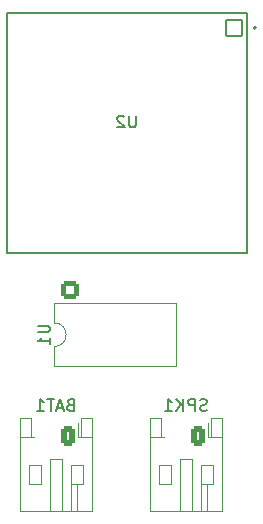
<source format=gbo>
%TF.GenerationSoftware,KiCad,Pcbnew,9.0.2*%
%TF.CreationDate,2025-05-25T16:27:06-07:00*%
%TF.ProjectId,PCB,5043422e-6b69-4636-9164-5f7063625858,rev?*%
%TF.SameCoordinates,Original*%
%TF.FileFunction,Legend,Bot*%
%TF.FilePolarity,Positive*%
%FSLAX46Y46*%
G04 Gerber Fmt 4.6, Leading zero omitted, Abs format (unit mm)*
G04 Created by KiCad (PCBNEW 9.0.2) date 2025-05-25 16:27:06*
%MOMM*%
%LPD*%
G01*
G04 APERTURE LIST*
G04 Aperture macros list*
%AMRoundRect*
0 Rectangle with rounded corners*
0 $1 Rounding radius*
0 $2 $3 $4 $5 $6 $7 $8 $9 X,Y pos of 4 corners*
0 Add a 4 corners polygon primitive as box body*
4,1,4,$2,$3,$4,$5,$6,$7,$8,$9,$2,$3,0*
0 Add four circle primitives for the rounded corners*
1,1,$1+$1,$2,$3*
1,1,$1+$1,$4,$5*
1,1,$1+$1,$6,$7*
1,1,$1+$1,$8,$9*
0 Add four rect primitives between the rounded corners*
20,1,$1+$1,$2,$3,$4,$5,0*
20,1,$1+$1,$4,$5,$6,$7,0*
20,1,$1+$1,$6,$7,$8,$9,0*
20,1,$1+$1,$8,$9,$2,$3,0*%
G04 Aperture macros list end*
%ADD10C,0.150000*%
%ADD11C,0.127000*%
%ADD12C,0.200000*%
%ADD13C,0.120000*%
%ADD14C,3.200000*%
%ADD15C,2.500000*%
%ADD16RoundRect,0.102000X0.654000X0.654000X-0.654000X0.654000X-0.654000X-0.654000X0.654000X-0.654000X0*%
%ADD17C,1.512000*%
%ADD18RoundRect,0.250000X-0.550000X0.550000X-0.550000X-0.550000X0.550000X-0.550000X0.550000X0.550000X0*%
%ADD19C,1.600000*%
%ADD20RoundRect,0.250000X0.350000X0.625000X-0.350000X0.625000X-0.350000X-0.625000X0.350000X-0.625000X0*%
%ADD21O,1.200000X1.750000*%
G04 APERTURE END LIST*
D10*
X71761904Y-56454819D02*
X71761904Y-57264342D01*
X71761904Y-57264342D02*
X71714285Y-57359580D01*
X71714285Y-57359580D02*
X71666666Y-57407200D01*
X71666666Y-57407200D02*
X71571428Y-57454819D01*
X71571428Y-57454819D02*
X71380952Y-57454819D01*
X71380952Y-57454819D02*
X71285714Y-57407200D01*
X71285714Y-57407200D02*
X71238095Y-57359580D01*
X71238095Y-57359580D02*
X71190476Y-57264342D01*
X71190476Y-57264342D02*
X71190476Y-56454819D01*
X70761904Y-56550057D02*
X70714285Y-56502438D01*
X70714285Y-56502438D02*
X70619047Y-56454819D01*
X70619047Y-56454819D02*
X70380952Y-56454819D01*
X70380952Y-56454819D02*
X70285714Y-56502438D01*
X70285714Y-56502438D02*
X70238095Y-56550057D01*
X70238095Y-56550057D02*
X70190476Y-56645295D01*
X70190476Y-56645295D02*
X70190476Y-56740533D01*
X70190476Y-56740533D02*
X70238095Y-56883390D01*
X70238095Y-56883390D02*
X70809523Y-57454819D01*
X70809523Y-57454819D02*
X70190476Y-57454819D01*
X63454819Y-74238095D02*
X64264342Y-74238095D01*
X64264342Y-74238095D02*
X64359580Y-74285714D01*
X64359580Y-74285714D02*
X64407200Y-74333333D01*
X64407200Y-74333333D02*
X64454819Y-74428571D01*
X64454819Y-74428571D02*
X64454819Y-74619047D01*
X64454819Y-74619047D02*
X64407200Y-74714285D01*
X64407200Y-74714285D02*
X64359580Y-74761904D01*
X64359580Y-74761904D02*
X64264342Y-74809523D01*
X64264342Y-74809523D02*
X63454819Y-74809523D01*
X64454819Y-75809523D02*
X64454819Y-75238095D01*
X64454819Y-75523809D02*
X63454819Y-75523809D01*
X63454819Y-75523809D02*
X63597676Y-75428571D01*
X63597676Y-75428571D02*
X63692914Y-75333333D01*
X63692914Y-75333333D02*
X63740533Y-75238095D01*
X77761904Y-81407200D02*
X77619047Y-81454819D01*
X77619047Y-81454819D02*
X77380952Y-81454819D01*
X77380952Y-81454819D02*
X77285714Y-81407200D01*
X77285714Y-81407200D02*
X77238095Y-81359580D01*
X77238095Y-81359580D02*
X77190476Y-81264342D01*
X77190476Y-81264342D02*
X77190476Y-81169104D01*
X77190476Y-81169104D02*
X77238095Y-81073866D01*
X77238095Y-81073866D02*
X77285714Y-81026247D01*
X77285714Y-81026247D02*
X77380952Y-80978628D01*
X77380952Y-80978628D02*
X77571428Y-80931009D01*
X77571428Y-80931009D02*
X77666666Y-80883390D01*
X77666666Y-80883390D02*
X77714285Y-80835771D01*
X77714285Y-80835771D02*
X77761904Y-80740533D01*
X77761904Y-80740533D02*
X77761904Y-80645295D01*
X77761904Y-80645295D02*
X77714285Y-80550057D01*
X77714285Y-80550057D02*
X77666666Y-80502438D01*
X77666666Y-80502438D02*
X77571428Y-80454819D01*
X77571428Y-80454819D02*
X77333333Y-80454819D01*
X77333333Y-80454819D02*
X77190476Y-80502438D01*
X76761904Y-81454819D02*
X76761904Y-80454819D01*
X76761904Y-80454819D02*
X76380952Y-80454819D01*
X76380952Y-80454819D02*
X76285714Y-80502438D01*
X76285714Y-80502438D02*
X76238095Y-80550057D01*
X76238095Y-80550057D02*
X76190476Y-80645295D01*
X76190476Y-80645295D02*
X76190476Y-80788152D01*
X76190476Y-80788152D02*
X76238095Y-80883390D01*
X76238095Y-80883390D02*
X76285714Y-80931009D01*
X76285714Y-80931009D02*
X76380952Y-80978628D01*
X76380952Y-80978628D02*
X76761904Y-80978628D01*
X75761904Y-81454819D02*
X75761904Y-80454819D01*
X75190476Y-81454819D02*
X75619047Y-80883390D01*
X75190476Y-80454819D02*
X75761904Y-81026247D01*
X74238095Y-81454819D02*
X74809523Y-81454819D01*
X74523809Y-81454819D02*
X74523809Y-80454819D01*
X74523809Y-80454819D02*
X74619047Y-80597676D01*
X74619047Y-80597676D02*
X74714285Y-80692914D01*
X74714285Y-80692914D02*
X74809523Y-80740533D01*
X66214285Y-80931009D02*
X66071428Y-80978628D01*
X66071428Y-80978628D02*
X66023809Y-81026247D01*
X66023809Y-81026247D02*
X65976190Y-81121485D01*
X65976190Y-81121485D02*
X65976190Y-81264342D01*
X65976190Y-81264342D02*
X66023809Y-81359580D01*
X66023809Y-81359580D02*
X66071428Y-81407200D01*
X66071428Y-81407200D02*
X66166666Y-81454819D01*
X66166666Y-81454819D02*
X66547618Y-81454819D01*
X66547618Y-81454819D02*
X66547618Y-80454819D01*
X66547618Y-80454819D02*
X66214285Y-80454819D01*
X66214285Y-80454819D02*
X66119047Y-80502438D01*
X66119047Y-80502438D02*
X66071428Y-80550057D01*
X66071428Y-80550057D02*
X66023809Y-80645295D01*
X66023809Y-80645295D02*
X66023809Y-80740533D01*
X66023809Y-80740533D02*
X66071428Y-80835771D01*
X66071428Y-80835771D02*
X66119047Y-80883390D01*
X66119047Y-80883390D02*
X66214285Y-80931009D01*
X66214285Y-80931009D02*
X66547618Y-80931009D01*
X65595237Y-81169104D02*
X65119047Y-81169104D01*
X65690475Y-81454819D02*
X65357142Y-80454819D01*
X65357142Y-80454819D02*
X65023809Y-81454819D01*
X64833332Y-80454819D02*
X64261904Y-80454819D01*
X64547618Y-81454819D02*
X64547618Y-80454819D01*
X63404761Y-81454819D02*
X63976189Y-81454819D01*
X63690475Y-81454819D02*
X63690475Y-80454819D01*
X63690475Y-80454819D02*
X63785713Y-80597676D01*
X63785713Y-80597676D02*
X63880951Y-80692914D01*
X63880951Y-80692914D02*
X63976189Y-80740533D01*
D11*
%TO.C,U2*%
X60857000Y-47730000D02*
X60857000Y-68050000D01*
X60857000Y-68050000D02*
X81177000Y-68050000D01*
X81177000Y-47730000D02*
X60857000Y-47730000D01*
X81177000Y-68050000D02*
X81177000Y-47730000D01*
D12*
X81917000Y-49000000D02*
G75*
G02*
X81717000Y-49000000I-100000J0D01*
G01*
X81717000Y-49000000D02*
G75*
G02*
X81917000Y-49000000I100000J0D01*
G01*
D13*
%TO.C,U1*%
X64860000Y-72355000D02*
X75140000Y-72355000D01*
X64860000Y-74005000D02*
X64860000Y-72355000D01*
X64860000Y-77655000D02*
X64860000Y-76005000D01*
X75140000Y-72355000D02*
X75140000Y-77655000D01*
X75140000Y-77655000D02*
X64860000Y-77655000D01*
X64860000Y-74005000D02*
G75*
G02*
X64860000Y-76005000I0J-1000000D01*
G01*
%TO.C,SPK1*%
X72940000Y-82090000D02*
X73860000Y-82090000D01*
X72940000Y-83690000D02*
X73860000Y-83690000D01*
X72940000Y-89910000D02*
X72940000Y-82090000D01*
X73700000Y-86050000D02*
X73700000Y-87650000D01*
X73700000Y-87650000D02*
X74700000Y-87650000D01*
X73860000Y-82090000D02*
X73860000Y-83690000D01*
X73860000Y-83690000D02*
X74140000Y-83690000D01*
X74700000Y-86050000D02*
X73700000Y-86050000D01*
X74700000Y-87650000D02*
X74700000Y-86050000D01*
X75500000Y-85550000D02*
X75500000Y-89910000D01*
X76500000Y-85550000D02*
X75500000Y-85550000D01*
X76500000Y-89910000D02*
X76500000Y-85550000D01*
X77300000Y-86050000D02*
X78300000Y-86050000D01*
X77300000Y-87650000D02*
X77300000Y-86050000D01*
X77300000Y-87650000D02*
X77300000Y-89910000D01*
X77800000Y-87650000D02*
X77800000Y-89910000D01*
X77860000Y-83690000D02*
X77860000Y-82475000D01*
X77860000Y-83690000D02*
X78140000Y-83690000D01*
X78140000Y-82090000D02*
X79060000Y-82090000D01*
X78140000Y-83690000D02*
X78140000Y-82090000D01*
X78300000Y-86050000D02*
X78300000Y-87650000D01*
X78300000Y-87650000D02*
X77300000Y-87650000D01*
X79060000Y-82090000D02*
X79060000Y-89910000D01*
X79060000Y-83690000D02*
X78140000Y-83690000D01*
X79060000Y-89910000D02*
X72940000Y-89910000D01*
%TO.C,BAT1*%
X61940000Y-82090000D02*
X62860000Y-82090000D01*
X61940000Y-83690000D02*
X62860000Y-83690000D01*
X61940000Y-89910000D02*
X61940000Y-82090000D01*
X62700000Y-86050000D02*
X62700000Y-87650000D01*
X62700000Y-87650000D02*
X63700000Y-87650000D01*
X62860000Y-82090000D02*
X62860000Y-83690000D01*
X62860000Y-83690000D02*
X63140000Y-83690000D01*
X63700000Y-86050000D02*
X62700000Y-86050000D01*
X63700000Y-87650000D02*
X63700000Y-86050000D01*
X64500000Y-85550000D02*
X64500000Y-89910000D01*
X65500000Y-85550000D02*
X64500000Y-85550000D01*
X65500000Y-89910000D02*
X65500000Y-85550000D01*
X66300000Y-86050000D02*
X67300000Y-86050000D01*
X66300000Y-87650000D02*
X66300000Y-86050000D01*
X66300000Y-87650000D02*
X66300000Y-89910000D01*
X66800000Y-87650000D02*
X66800000Y-89910000D01*
X66860000Y-83690000D02*
X66860000Y-82475000D01*
X66860000Y-83690000D02*
X67140000Y-83690000D01*
X67140000Y-82090000D02*
X68060000Y-82090000D01*
X67140000Y-83690000D02*
X67140000Y-82090000D01*
X67300000Y-86050000D02*
X67300000Y-87650000D01*
X67300000Y-87650000D02*
X66300000Y-87650000D01*
X68060000Y-82090000D02*
X68060000Y-89910000D01*
X68060000Y-83690000D02*
X67140000Y-83690000D01*
X68060000Y-89910000D02*
X61940000Y-89910000D01*
%TD*%
%LPC*%
D14*
%TO.C,H1*%
X51600000Y-60600000D03*
%TD*%
D15*
%TO.C,H3*%
X86750000Y-60550000D03*
%TD*%
%TO.C,H4*%
X57250000Y-88750000D03*
%TD*%
D14*
%TO.C,H2*%
X88400000Y-82900000D03*
%TD*%
D16*
%TO.C,U2*%
X80034000Y-49000000D03*
D17*
X80034000Y-51540000D03*
X80034000Y-54080000D03*
X80034000Y-56620000D03*
X80034000Y-59160000D03*
X80034000Y-61700000D03*
X80034000Y-64240000D03*
X80034000Y-66780000D03*
X62000000Y-66780000D03*
X62000000Y-64240000D03*
X62000000Y-61700000D03*
X62000000Y-59160000D03*
X62000000Y-56620000D03*
X62000000Y-54080000D03*
X62000000Y-51540000D03*
X62000000Y-49000000D03*
%TD*%
D18*
%TO.C,U1*%
X66190000Y-71195000D03*
D19*
X68730000Y-71195000D03*
X71270000Y-71195000D03*
X73810000Y-71195000D03*
X73810000Y-78815000D03*
X71270000Y-78815000D03*
X68730000Y-78815000D03*
X66190000Y-78815000D03*
%TD*%
D20*
%TO.C,SPK1*%
X77000000Y-83550000D03*
D21*
X75000000Y-83550000D03*
%TD*%
D20*
%TO.C,BAT1*%
X66000000Y-83550000D03*
D21*
X64000000Y-83550000D03*
%TD*%
%LPD*%
M02*

</source>
